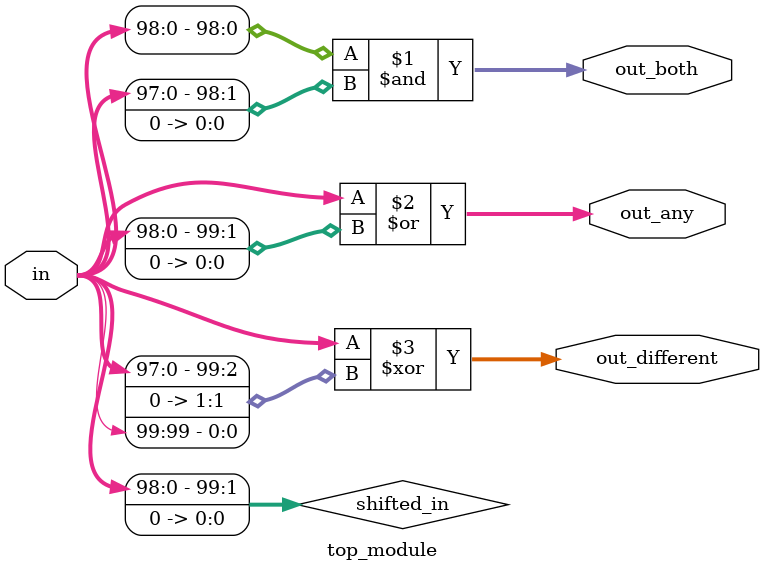
<source format=sv>
module top_module (
    input [99:0] in,
    output [98:0] out_both,
    output [99:0] out_any,
    output [99:0] out_different
);

    wire [99:0] shifted_in;
    
    // Shift the input signal by one bit
    assign shifted_in = {in[98:0], 1'b0};

    // Generate the out_both signal
    assign out_both = in[98:0] & shifted_in[98:0];  // 99-bit vector

    // Generate the out_any signal    
    assign out_any = in | shifted_in;  // 100-bit vector

    // Generate the out_different signal
    assign out_different = in ^ {shifted_in[98:0], in[99]};  // First bit: XOR between first bit of 'in' and last bit of 'shifted_in'

endmodule

</source>
